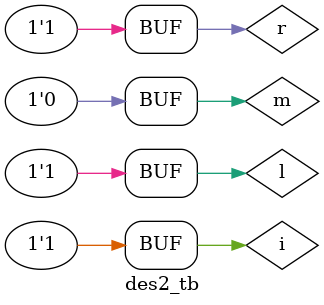
<source format=v>
module des2 (i,m,r,l,e);
  input i,m,r,l;
  output e;
  wire f;
  wire g; 
  wire x; 
  
not (m,x); 
and (f,i,m);
and (g,r,l);
or (e,f,g);
  
endmodule

module des2_tb();
  
  reg i,m,r,l;
  wire e;
  
  
  des2 a1(i,m,r,l,e);
  
  initial begin
    
    $monitor("value of i=%b, m=%b,r=%b,l=%b,e=%b");
    
    i=0; m=0; r=0; l=0;
    #5 i=0; m=0; r=0; l=0;
    #5 i=0; m=1; r=0; l=0;
    #5 i=0; m=0; r=1; l=0;
    #5 i=0; m=0; r=0; l=1;
    #5 i=1; m=1; r=0; l=0;
    #5 i=0; m=1; r=1; l=0;
    #5 i=0; m=0; r=1; l=1;
    #5 i=1; m=0; r=0; l=1;
    #5 i=1; m=0; r=1; l=0;
    #5 i=1; m=1; r=1; l=0;
    #5 i=0; m=1; r=1; l=1;
    #5 i=1; m=1; r=0; l=1;
    #5 i=1; m=0; r=1; l=1;
    
  end
endmodule

</source>
